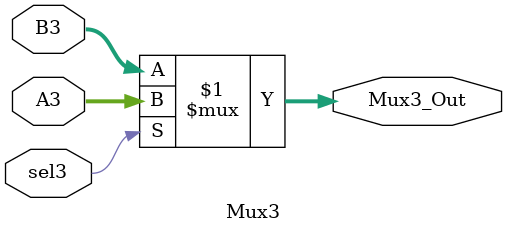
<source format=v>
module Mux1(
    input  wire sel1,
    input  wire [31:0] A1,
    input  wire [31:0] B1,
    output wire [31:0] Mux1_Out
);
    assign Mux1_Out = sel1 ? A1 : B1;
endmodule

module Mux2(
    input  wire sel2,
    input  wire [31:0] A2,
    input  wire [31:0] B2,
    output wire [31:0] Mux2_Out
);
    assign Mux2_Out = sel2 ? A2 : B2;
endmodule

module Mux3(
    input  wire sel3,
    input  wire [31:0] A3,
    input  wire [31:0] B3,
    output wire [31:0] Mux3_Out
);
    assign Mux3_Out = sel3 ? A3 : B3;
endmodule
</source>
